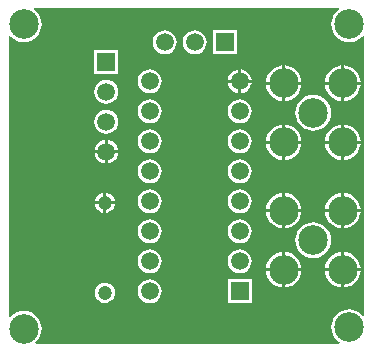
<source format=gbl>
G04*
G04 #@! TF.GenerationSoftware,Altium Limited,Altium Designer,20.0.2 (26)*
G04*
G04 Layer_Physical_Order=2*
G04 Layer_Color=16711680*
%FSLAX25Y25*%
%MOIN*%
G70*
G01*
G75*
%ADD20C,0.09843*%
%ADD21C,0.04724*%
%ADD22R,0.05906X0.05906*%
%ADD23C,0.05906*%
%ADD24C,0.05906*%
%ADD25R,0.05906X0.05906*%
%ADD26R,0.05906X0.05906*%
G36*
X392766Y319486D02*
X392694Y319447D01*
X391793Y318707D01*
X391053Y317806D01*
X390503Y316777D01*
X390164Y315661D01*
X390050Y314500D01*
X390164Y313339D01*
X390503Y312223D01*
X391053Y311194D01*
X391793Y310293D01*
X392694Y309553D01*
X393723Y309003D01*
X394839Y308664D01*
X396000Y308550D01*
X397161Y308664D01*
X398277Y309003D01*
X399306Y309553D01*
X400207Y310293D01*
X400471Y310614D01*
X400971Y310435D01*
Y217565D01*
X400471Y217386D01*
X400207Y217707D01*
X399306Y218447D01*
X398277Y218997D01*
X397161Y219336D01*
X396000Y219450D01*
X394839Y219336D01*
X393723Y218997D01*
X392694Y218447D01*
X391793Y217707D01*
X391053Y216806D01*
X390503Y215777D01*
X390164Y214661D01*
X390050Y213500D01*
X390164Y212339D01*
X390503Y211223D01*
X391053Y210194D01*
X391793Y209293D01*
X392694Y208553D01*
X392766Y208514D01*
X392645Y208029D01*
X291565D01*
X291386Y208529D01*
X291707Y208793D01*
X292447Y209694D01*
X292997Y210723D01*
X293336Y211839D01*
X293450Y213000D01*
X293336Y214161D01*
X292997Y215277D01*
X292447Y216306D01*
X291707Y217207D01*
X290806Y217947D01*
X289777Y218497D01*
X288661Y218836D01*
X287500Y218950D01*
X286339Y218836D01*
X285223Y218497D01*
X284194Y217947D01*
X283293Y217207D01*
X283029Y216886D01*
X282529Y217065D01*
Y310435D01*
X283029Y310614D01*
X283293Y310293D01*
X284194Y309553D01*
X285223Y309003D01*
X286339Y308664D01*
X287500Y308550D01*
X288661Y308664D01*
X289777Y309003D01*
X290806Y309553D01*
X291707Y310293D01*
X292447Y311194D01*
X292997Y312223D01*
X293336Y313339D01*
X293450Y314500D01*
X293336Y315661D01*
X292997Y316777D01*
X292447Y317806D01*
X291707Y318707D01*
X290806Y319447D01*
X290734Y319486D01*
X290855Y319971D01*
X392645D01*
X392766Y319486D01*
D02*
G37*
%LPC*%
G36*
X358453Y312453D02*
X350547D01*
Y304547D01*
X358453D01*
Y312453D01*
D02*
G37*
G36*
X344500Y312487D02*
X343468Y312351D01*
X342507Y311953D01*
X341681Y311319D01*
X341047Y310493D01*
X340649Y309532D01*
X340513Y308500D01*
X340649Y307468D01*
X341047Y306507D01*
X341681Y305681D01*
X342507Y305047D01*
X343468Y304649D01*
X344500Y304513D01*
X345532Y304649D01*
X346493Y305047D01*
X347319Y305681D01*
X347953Y306507D01*
X348351Y307468D01*
X348487Y308500D01*
X348351Y309532D01*
X347953Y310493D01*
X347319Y311319D01*
X346493Y311953D01*
X345532Y312351D01*
X344500Y312487D01*
D02*
G37*
G36*
X334500D02*
X333468Y312351D01*
X332507Y311953D01*
X331681Y311319D01*
X331047Y310493D01*
X330649Y309532D01*
X330513Y308500D01*
X330649Y307468D01*
X331047Y306507D01*
X331681Y305681D01*
X332507Y305047D01*
X333468Y304649D01*
X334500Y304513D01*
X335532Y304649D01*
X336493Y305047D01*
X337319Y305681D01*
X337953Y306507D01*
X338351Y307468D01*
X338487Y308500D01*
X338351Y309532D01*
X337953Y310493D01*
X337319Y311319D01*
X336493Y311953D01*
X335532Y312351D01*
X334500Y312487D01*
D02*
G37*
G36*
X318953Y305953D02*
X311047D01*
Y298047D01*
X318953D01*
Y305953D01*
D02*
G37*
G36*
X360000Y299421D02*
Y296000D01*
X363421D01*
X363351Y296532D01*
X362953Y297493D01*
X362319Y298319D01*
X361493Y298953D01*
X360532Y299351D01*
X360000Y299421D01*
D02*
G37*
G36*
X359000D02*
X358468Y299351D01*
X357507Y298953D01*
X356681Y298319D01*
X356047Y297493D01*
X355649Y296532D01*
X355579Y296000D01*
X359000D01*
Y299421D01*
D02*
G37*
G36*
X394342Y300743D02*
Y295342D01*
X399743D01*
X399678Y296003D01*
X399340Y297119D01*
X398790Y298148D01*
X398050Y299050D01*
X397148Y299790D01*
X396119Y300340D01*
X395003Y300678D01*
X394342Y300743D01*
D02*
G37*
G36*
X393342D02*
X392682Y300678D01*
X391566Y300340D01*
X390537Y299790D01*
X389635Y299050D01*
X388895Y298148D01*
X388346Y297119D01*
X388007Y296003D01*
X387942Y295342D01*
X393342D01*
Y300743D01*
D02*
G37*
G36*
X374658D02*
Y295342D01*
X380058D01*
X379993Y296003D01*
X379655Y297119D01*
X379105Y298148D01*
X378365Y299050D01*
X377463Y299790D01*
X376434Y300340D01*
X375318Y300678D01*
X374658Y300743D01*
D02*
G37*
G36*
X373657D02*
X372997Y300678D01*
X371881Y300340D01*
X370852Y299790D01*
X369950Y299050D01*
X369210Y298148D01*
X368660Y297119D01*
X368322Y296003D01*
X368257Y295342D01*
X373657D01*
Y300743D01*
D02*
G37*
G36*
X363421Y295000D02*
X360000D01*
Y291579D01*
X360532Y291649D01*
X361493Y292047D01*
X362319Y292681D01*
X362953Y293507D01*
X363351Y294468D01*
X363421Y295000D01*
D02*
G37*
G36*
X359000D02*
X355579D01*
X355649Y294468D01*
X356047Y293507D01*
X356681Y292681D01*
X357507Y292047D01*
X358468Y291649D01*
X359000Y291579D01*
Y295000D01*
D02*
G37*
G36*
X329500Y299487D02*
X328468Y299351D01*
X327507Y298953D01*
X326681Y298319D01*
X326047Y297493D01*
X325649Y296532D01*
X325513Y295500D01*
X325649Y294468D01*
X326047Y293507D01*
X326681Y292681D01*
X327507Y292047D01*
X328468Y291649D01*
X329500Y291513D01*
X330532Y291649D01*
X331493Y292047D01*
X332319Y292681D01*
X332953Y293507D01*
X333351Y294468D01*
X333487Y295500D01*
X333351Y296532D01*
X332953Y297493D01*
X332319Y298319D01*
X331493Y298953D01*
X330532Y299351D01*
X329500Y299487D01*
D02*
G37*
G36*
X399743Y294342D02*
X394342D01*
Y288942D01*
X395003Y289007D01*
X396119Y289346D01*
X397148Y289895D01*
X398050Y290635D01*
X398790Y291537D01*
X399340Y292566D01*
X399678Y293682D01*
X399743Y294342D01*
D02*
G37*
G36*
X393342D02*
X387942D01*
X388007Y293682D01*
X388346Y292566D01*
X388895Y291537D01*
X389635Y290635D01*
X390537Y289895D01*
X391566Y289346D01*
X392682Y289007D01*
X393342Y288942D01*
Y294342D01*
D02*
G37*
G36*
X380058D02*
X374658D01*
Y288942D01*
X375318Y289007D01*
X376434Y289346D01*
X377463Y289895D01*
X378365Y290635D01*
X379105Y291537D01*
X379655Y292566D01*
X379993Y293682D01*
X380058Y294342D01*
D02*
G37*
G36*
X373657D02*
X368257D01*
X368322Y293682D01*
X368660Y292566D01*
X369210Y291537D01*
X369950Y290635D01*
X370852Y289895D01*
X371881Y289346D01*
X372997Y289007D01*
X373657Y288942D01*
Y294342D01*
D02*
G37*
G36*
X315000Y295987D02*
X313968Y295851D01*
X313007Y295453D01*
X312181Y294819D01*
X311547Y293993D01*
X311149Y293032D01*
X311013Y292000D01*
X311149Y290968D01*
X311547Y290007D01*
X312181Y289181D01*
X313007Y288547D01*
X313968Y288149D01*
X315000Y288013D01*
X316032Y288149D01*
X316993Y288547D01*
X317819Y289181D01*
X318453Y290007D01*
X318851Y290968D01*
X318987Y292000D01*
X318851Y293032D01*
X318453Y293993D01*
X317819Y294819D01*
X316993Y295453D01*
X316032Y295851D01*
X315000Y295987D01*
D02*
G37*
G36*
X359500Y289487D02*
X358468Y289351D01*
X357507Y288953D01*
X356681Y288319D01*
X356047Y287493D01*
X355649Y286532D01*
X355513Y285500D01*
X355649Y284468D01*
X356047Y283507D01*
X356681Y282681D01*
X357507Y282047D01*
X358468Y281649D01*
X359500Y281513D01*
X360532Y281649D01*
X361493Y282047D01*
X362319Y282681D01*
X362953Y283507D01*
X363351Y284468D01*
X363487Y285500D01*
X363351Y286532D01*
X362953Y287493D01*
X362319Y288319D01*
X361493Y288953D01*
X360532Y289351D01*
X359500Y289487D01*
D02*
G37*
G36*
X329500D02*
X328468Y289351D01*
X327507Y288953D01*
X326681Y288319D01*
X326047Y287493D01*
X325649Y286532D01*
X325513Y285500D01*
X325649Y284468D01*
X326047Y283507D01*
X326681Y282681D01*
X327507Y282047D01*
X328468Y281649D01*
X329500Y281513D01*
X330532Y281649D01*
X331493Y282047D01*
X332319Y282681D01*
X332953Y283507D01*
X333351Y284468D01*
X333487Y285500D01*
X333351Y286532D01*
X332953Y287493D01*
X332319Y288319D01*
X331493Y288953D01*
X330532Y289351D01*
X329500Y289487D01*
D02*
G37*
G36*
X384000Y290950D02*
X382839Y290836D01*
X381723Y290497D01*
X380694Y289947D01*
X379793Y289207D01*
X379053Y288306D01*
X378503Y287277D01*
X378164Y286161D01*
X378050Y285000D01*
X378164Y283839D01*
X378503Y282723D01*
X379053Y281694D01*
X379793Y280793D01*
X380694Y280053D01*
X381723Y279503D01*
X382839Y279164D01*
X384000Y279050D01*
X385161Y279164D01*
X386277Y279503D01*
X387306Y280053D01*
X388207Y280793D01*
X388947Y281694D01*
X389497Y282723D01*
X389836Y283839D01*
X389950Y285000D01*
X389836Y286161D01*
X389497Y287277D01*
X388947Y288306D01*
X388207Y289207D01*
X387306Y289947D01*
X386277Y290497D01*
X385161Y290836D01*
X384000Y290950D01*
D02*
G37*
G36*
X315000Y285987D02*
X313968Y285851D01*
X313007Y285453D01*
X312181Y284819D01*
X311547Y283993D01*
X311149Y283032D01*
X311013Y282000D01*
X311149Y280968D01*
X311547Y280007D01*
X312181Y279181D01*
X313007Y278547D01*
X313968Y278149D01*
X315000Y278013D01*
X316032Y278149D01*
X316993Y278547D01*
X317819Y279181D01*
X318453Y280007D01*
X318851Y280968D01*
X318987Y282000D01*
X318851Y283032D01*
X318453Y283993D01*
X317819Y284819D01*
X316993Y285453D01*
X316032Y285851D01*
X315000Y285987D01*
D02*
G37*
G36*
X394342Y281058D02*
Y275658D01*
X399743D01*
X399678Y276318D01*
X399340Y277434D01*
X398790Y278463D01*
X398050Y279365D01*
X397148Y280105D01*
X396119Y280655D01*
X395003Y280993D01*
X394342Y281058D01*
D02*
G37*
G36*
X393342D02*
X392682Y280993D01*
X391566Y280655D01*
X390537Y280105D01*
X389635Y279365D01*
X388895Y278463D01*
X388346Y277434D01*
X388007Y276318D01*
X387942Y275658D01*
X393342D01*
Y281058D01*
D02*
G37*
G36*
X374658D02*
Y275658D01*
X380058D01*
X379993Y276318D01*
X379655Y277434D01*
X379105Y278463D01*
X378365Y279365D01*
X377463Y280105D01*
X376434Y280655D01*
X375318Y280993D01*
X374658Y281058D01*
D02*
G37*
G36*
X373657D02*
X372997Y280993D01*
X371881Y280655D01*
X370852Y280105D01*
X369950Y279365D01*
X369210Y278463D01*
X368660Y277434D01*
X368322Y276318D01*
X368257Y275658D01*
X373657D01*
Y281058D01*
D02*
G37*
G36*
X315500Y275921D02*
Y272500D01*
X318921D01*
X318851Y273032D01*
X318453Y273993D01*
X317819Y274819D01*
X316993Y275453D01*
X316032Y275851D01*
X315500Y275921D01*
D02*
G37*
G36*
X314500D02*
X313968Y275851D01*
X313007Y275453D01*
X312181Y274819D01*
X311547Y273993D01*
X311149Y273032D01*
X311079Y272500D01*
X314500D01*
Y275921D01*
D02*
G37*
G36*
X359500Y279487D02*
X358468Y279351D01*
X357507Y278953D01*
X356681Y278319D01*
X356047Y277493D01*
X355649Y276532D01*
X355513Y275500D01*
X355649Y274468D01*
X356047Y273507D01*
X356681Y272681D01*
X357507Y272047D01*
X358468Y271649D01*
X359500Y271513D01*
X360532Y271649D01*
X361493Y272047D01*
X362319Y272681D01*
X362953Y273507D01*
X363351Y274468D01*
X363487Y275500D01*
X363351Y276532D01*
X362953Y277493D01*
X362319Y278319D01*
X361493Y278953D01*
X360532Y279351D01*
X359500Y279487D01*
D02*
G37*
G36*
X329500D02*
X328468Y279351D01*
X327507Y278953D01*
X326681Y278319D01*
X326047Y277493D01*
X325649Y276532D01*
X325513Y275500D01*
X325649Y274468D01*
X326047Y273507D01*
X326681Y272681D01*
X327507Y272047D01*
X328468Y271649D01*
X329500Y271513D01*
X330532Y271649D01*
X331493Y272047D01*
X332319Y272681D01*
X332953Y273507D01*
X333351Y274468D01*
X333487Y275500D01*
X333351Y276532D01*
X332953Y277493D01*
X332319Y278319D01*
X331493Y278953D01*
X330532Y279351D01*
X329500Y279487D01*
D02*
G37*
G36*
X399743Y274658D02*
X394342D01*
Y269257D01*
X395003Y269322D01*
X396119Y269660D01*
X397148Y270210D01*
X398050Y270950D01*
X398790Y271852D01*
X399340Y272881D01*
X399678Y273997D01*
X399743Y274658D01*
D02*
G37*
G36*
X393342D02*
X387942D01*
X388007Y273997D01*
X388346Y272881D01*
X388895Y271852D01*
X389635Y270950D01*
X390537Y270210D01*
X391566Y269660D01*
X392682Y269322D01*
X393342Y269257D01*
Y274658D01*
D02*
G37*
G36*
X380058D02*
X374658D01*
Y269257D01*
X375318Y269322D01*
X376434Y269660D01*
X377463Y270210D01*
X378365Y270950D01*
X379105Y271852D01*
X379655Y272881D01*
X379993Y273997D01*
X380058Y274658D01*
D02*
G37*
G36*
X373657D02*
X368257D01*
X368322Y273997D01*
X368660Y272881D01*
X369210Y271852D01*
X369950Y270950D01*
X370852Y270210D01*
X371881Y269660D01*
X372997Y269322D01*
X373657Y269257D01*
Y274658D01*
D02*
G37*
G36*
X318921Y271500D02*
X315500D01*
Y268079D01*
X316032Y268149D01*
X316993Y268547D01*
X317819Y269181D01*
X318453Y270007D01*
X318851Y270968D01*
X318921Y271500D01*
D02*
G37*
G36*
X314500D02*
X311079D01*
X311149Y270968D01*
X311547Y270007D01*
X312181Y269181D01*
X313007Y268547D01*
X313968Y268149D01*
X314500Y268079D01*
Y271500D01*
D02*
G37*
G36*
X359500Y269487D02*
X358468Y269351D01*
X357507Y268953D01*
X356681Y268319D01*
X356047Y267493D01*
X355649Y266532D01*
X355513Y265500D01*
X355649Y264468D01*
X356047Y263507D01*
X356681Y262681D01*
X357507Y262047D01*
X358468Y261649D01*
X359500Y261513D01*
X360532Y261649D01*
X361493Y262047D01*
X362319Y262681D01*
X362953Y263507D01*
X363351Y264468D01*
X363487Y265500D01*
X363351Y266532D01*
X362953Y267493D01*
X362319Y268319D01*
X361493Y268953D01*
X360532Y269351D01*
X359500Y269487D01*
D02*
G37*
G36*
X329500D02*
X328468Y269351D01*
X327507Y268953D01*
X326681Y268319D01*
X326047Y267493D01*
X325649Y266532D01*
X325513Y265500D01*
X325649Y264468D01*
X326047Y263507D01*
X326681Y262681D01*
X327507Y262047D01*
X328468Y261649D01*
X329500Y261513D01*
X330532Y261649D01*
X331493Y262047D01*
X332319Y262681D01*
X332953Y263507D01*
X333351Y264468D01*
X333487Y265500D01*
X333351Y266532D01*
X332953Y267493D01*
X332319Y268319D01*
X331493Y268953D01*
X330532Y269351D01*
X329500Y269487D01*
D02*
G37*
G36*
X315000Y258325D02*
Y255500D01*
X317825D01*
X317776Y255878D01*
X317437Y256696D01*
X316898Y257398D01*
X316196Y257937D01*
X315378Y258276D01*
X315000Y258325D01*
D02*
G37*
G36*
X314000D02*
X313622Y258276D01*
X312804Y257937D01*
X312102Y257398D01*
X311563Y256696D01*
X311224Y255878D01*
X311175Y255500D01*
X314000D01*
Y258325D01*
D02*
G37*
G36*
X394342Y258243D02*
Y252842D01*
X399743D01*
X399678Y253503D01*
X399340Y254620D01*
X398790Y255648D01*
X398050Y256550D01*
X397148Y257290D01*
X396119Y257839D01*
X395003Y258178D01*
X394342Y258243D01*
D02*
G37*
G36*
X374658D02*
Y252842D01*
X380058D01*
X379993Y253503D01*
X379655Y254620D01*
X379105Y255648D01*
X378365Y256550D01*
X377463Y257290D01*
X376434Y257839D01*
X375318Y258178D01*
X374658Y258243D01*
D02*
G37*
G36*
X393342D02*
X392682Y258178D01*
X391566Y257839D01*
X390537Y257290D01*
X389635Y256550D01*
X388895Y255648D01*
X388346Y254620D01*
X388007Y253503D01*
X387942Y252842D01*
X393342D01*
Y258243D01*
D02*
G37*
G36*
X373657D02*
X372997Y258178D01*
X371881Y257839D01*
X370852Y257290D01*
X369950Y256550D01*
X369210Y255648D01*
X368660Y254620D01*
X368322Y253503D01*
X368257Y252842D01*
X373657D01*
Y258243D01*
D02*
G37*
G36*
X317825Y254500D02*
X315000D01*
Y251675D01*
X315378Y251724D01*
X316196Y252063D01*
X316898Y252602D01*
X317437Y253304D01*
X317776Y254122D01*
X317825Y254500D01*
D02*
G37*
G36*
X314000D02*
X311175D01*
X311224Y254122D01*
X311563Y253304D01*
X312102Y252602D01*
X312804Y252063D01*
X313622Y251724D01*
X314000Y251675D01*
Y254500D01*
D02*
G37*
G36*
X359500Y259487D02*
X358468Y259351D01*
X357507Y258953D01*
X356681Y258319D01*
X356047Y257493D01*
X355649Y256532D01*
X355513Y255500D01*
X355649Y254468D01*
X356047Y253507D01*
X356681Y252681D01*
X357507Y252047D01*
X358468Y251649D01*
X359500Y251513D01*
X360532Y251649D01*
X361493Y252047D01*
X362319Y252681D01*
X362953Y253507D01*
X363351Y254468D01*
X363487Y255500D01*
X363351Y256532D01*
X362953Y257493D01*
X362319Y258319D01*
X361493Y258953D01*
X360532Y259351D01*
X359500Y259487D01*
D02*
G37*
G36*
X329500D02*
X328468Y259351D01*
X327507Y258953D01*
X326681Y258319D01*
X326047Y257493D01*
X325649Y256532D01*
X325513Y255500D01*
X325649Y254468D01*
X326047Y253507D01*
X326681Y252681D01*
X327507Y252047D01*
X328468Y251649D01*
X329500Y251513D01*
X330532Y251649D01*
X331493Y252047D01*
X332319Y252681D01*
X332953Y253507D01*
X333351Y254468D01*
X333487Y255500D01*
X333351Y256532D01*
X332953Y257493D01*
X332319Y258319D01*
X331493Y258953D01*
X330532Y259351D01*
X329500Y259487D01*
D02*
G37*
G36*
X399743Y251842D02*
X394342D01*
Y246442D01*
X395003Y246507D01*
X396119Y246846D01*
X397148Y247395D01*
X398050Y248135D01*
X398790Y249037D01*
X399340Y250066D01*
X399678Y251182D01*
X399743Y251842D01*
D02*
G37*
G36*
X380058D02*
X374658D01*
Y246442D01*
X375318Y246507D01*
X376434Y246846D01*
X377463Y247395D01*
X378365Y248135D01*
X379105Y249037D01*
X379655Y250066D01*
X379993Y251182D01*
X380058Y251842D01*
D02*
G37*
G36*
X393342D02*
X387942D01*
X388007Y251182D01*
X388346Y250066D01*
X388895Y249037D01*
X389635Y248135D01*
X390537Y247395D01*
X391566Y246846D01*
X392682Y246507D01*
X393342Y246442D01*
Y251842D01*
D02*
G37*
G36*
X373657D02*
X368257D01*
X368322Y251182D01*
X368660Y250066D01*
X369210Y249037D01*
X369950Y248135D01*
X370852Y247395D01*
X371881Y246846D01*
X372997Y246507D01*
X373657Y246442D01*
Y251842D01*
D02*
G37*
G36*
X359500Y249487D02*
X358468Y249351D01*
X357507Y248953D01*
X356681Y248319D01*
X356047Y247493D01*
X355649Y246532D01*
X355513Y245500D01*
X355649Y244468D01*
X356047Y243507D01*
X356681Y242681D01*
X357507Y242047D01*
X358468Y241649D01*
X359500Y241513D01*
X360532Y241649D01*
X361493Y242047D01*
X362319Y242681D01*
X362953Y243507D01*
X363351Y244468D01*
X363487Y245500D01*
X363351Y246532D01*
X362953Y247493D01*
X362319Y248319D01*
X361493Y248953D01*
X360532Y249351D01*
X359500Y249487D01*
D02*
G37*
G36*
X329500D02*
X328468Y249351D01*
X327507Y248953D01*
X326681Y248319D01*
X326047Y247493D01*
X325649Y246532D01*
X325513Y245500D01*
X325649Y244468D01*
X326047Y243507D01*
X326681Y242681D01*
X327507Y242047D01*
X328468Y241649D01*
X329500Y241513D01*
X330532Y241649D01*
X331493Y242047D01*
X332319Y242681D01*
X332953Y243507D01*
X333351Y244468D01*
X333487Y245500D01*
X333351Y246532D01*
X332953Y247493D01*
X332319Y248319D01*
X331493Y248953D01*
X330532Y249351D01*
X329500Y249487D01*
D02*
G37*
G36*
X384000Y248450D02*
X382839Y248336D01*
X381723Y247997D01*
X380694Y247447D01*
X379793Y246707D01*
X379053Y245806D01*
X378503Y244777D01*
X378164Y243661D01*
X378050Y242500D01*
X378164Y241339D01*
X378503Y240223D01*
X379053Y239194D01*
X379793Y238293D01*
X380694Y237553D01*
X381723Y237003D01*
X382839Y236664D01*
X384000Y236550D01*
X385161Y236664D01*
X386277Y237003D01*
X387306Y237553D01*
X388207Y238293D01*
X388947Y239194D01*
X389497Y240223D01*
X389836Y241339D01*
X389950Y242500D01*
X389836Y243661D01*
X389497Y244777D01*
X388947Y245806D01*
X388207Y246707D01*
X387306Y247447D01*
X386277Y247997D01*
X385161Y248336D01*
X384000Y248450D01*
D02*
G37*
G36*
X394342Y238558D02*
Y233157D01*
X399743D01*
X399678Y233818D01*
X399340Y234934D01*
X398790Y235963D01*
X398050Y236865D01*
X397148Y237605D01*
X396119Y238155D01*
X395003Y238493D01*
X394342Y238558D01*
D02*
G37*
G36*
X374658D02*
Y233157D01*
X380058D01*
X379993Y233818D01*
X379655Y234934D01*
X379105Y235963D01*
X378365Y236865D01*
X377463Y237605D01*
X376434Y238155D01*
X375318Y238493D01*
X374658Y238558D01*
D02*
G37*
G36*
X393342D02*
X392682Y238493D01*
X391566Y238155D01*
X390537Y237605D01*
X389635Y236865D01*
X388895Y235963D01*
X388346Y234934D01*
X388007Y233818D01*
X387942Y233157D01*
X393342D01*
Y238558D01*
D02*
G37*
G36*
X373657D02*
X372997Y238493D01*
X371881Y238155D01*
X370852Y237605D01*
X369950Y236865D01*
X369210Y235963D01*
X368660Y234934D01*
X368322Y233818D01*
X368257Y233157D01*
X373657D01*
Y238558D01*
D02*
G37*
G36*
X359500Y239487D02*
X358468Y239351D01*
X357507Y238953D01*
X356681Y238319D01*
X356047Y237493D01*
X355649Y236532D01*
X355513Y235500D01*
X355649Y234468D01*
X356047Y233507D01*
X356681Y232681D01*
X357507Y232047D01*
X358468Y231649D01*
X359500Y231513D01*
X360532Y231649D01*
X361493Y232047D01*
X362319Y232681D01*
X362953Y233507D01*
X363351Y234468D01*
X363487Y235500D01*
X363351Y236532D01*
X362953Y237493D01*
X362319Y238319D01*
X361493Y238953D01*
X360532Y239351D01*
X359500Y239487D01*
D02*
G37*
G36*
X329500D02*
X328468Y239351D01*
X327507Y238953D01*
X326681Y238319D01*
X326047Y237493D01*
X325649Y236532D01*
X325513Y235500D01*
X325649Y234468D01*
X326047Y233507D01*
X326681Y232681D01*
X327507Y232047D01*
X328468Y231649D01*
X329500Y231513D01*
X330532Y231649D01*
X331493Y232047D01*
X332319Y232681D01*
X332953Y233507D01*
X333351Y234468D01*
X333487Y235500D01*
X333351Y236532D01*
X332953Y237493D01*
X332319Y238319D01*
X331493Y238953D01*
X330532Y239351D01*
X329500Y239487D01*
D02*
G37*
G36*
X399743Y232157D02*
X394342D01*
Y226757D01*
X395003Y226822D01*
X396119Y227161D01*
X397148Y227710D01*
X398050Y228450D01*
X398790Y229352D01*
X399340Y230381D01*
X399678Y231497D01*
X399743Y232157D01*
D02*
G37*
G36*
X380058D02*
X374658D01*
Y226757D01*
X375318Y226822D01*
X376434Y227161D01*
X377463Y227710D01*
X378365Y228450D01*
X379105Y229352D01*
X379655Y230381D01*
X379993Y231497D01*
X380058Y232157D01*
D02*
G37*
G36*
X393342D02*
X387942D01*
X388007Y231497D01*
X388346Y230381D01*
X388895Y229352D01*
X389635Y228450D01*
X390537Y227710D01*
X391566Y227161D01*
X392682Y226822D01*
X393342Y226757D01*
Y232157D01*
D02*
G37*
G36*
X373657D02*
X368257D01*
X368322Y231497D01*
X368660Y230381D01*
X369210Y229352D01*
X369950Y228450D01*
X370852Y227710D01*
X371881Y227161D01*
X372997Y226822D01*
X373657Y226757D01*
Y232157D01*
D02*
G37*
G36*
X314500Y228391D02*
X313622Y228276D01*
X312804Y227937D01*
X312102Y227398D01*
X311563Y226696D01*
X311224Y225878D01*
X311109Y225000D01*
X311224Y224122D01*
X311563Y223304D01*
X312102Y222602D01*
X312804Y222063D01*
X313622Y221724D01*
X314500Y221609D01*
X315378Y221724D01*
X316196Y222063D01*
X316898Y222602D01*
X317437Y223304D01*
X317776Y224122D01*
X317891Y225000D01*
X317776Y225878D01*
X317437Y226696D01*
X316898Y227398D01*
X316196Y227937D01*
X315378Y228276D01*
X314500Y228391D01*
D02*
G37*
G36*
X363453Y229453D02*
X355547D01*
Y221547D01*
X363453D01*
Y229453D01*
D02*
G37*
G36*
X329500Y229487D02*
X328468Y229351D01*
X327507Y228953D01*
X326681Y228319D01*
X326047Y227493D01*
X325649Y226532D01*
X325513Y225500D01*
X325649Y224468D01*
X326047Y223507D01*
X326681Y222681D01*
X327507Y222047D01*
X328468Y221649D01*
X329500Y221513D01*
X330532Y221649D01*
X331493Y222047D01*
X332319Y222681D01*
X332953Y223507D01*
X333351Y224468D01*
X333487Y225500D01*
X333351Y226532D01*
X332953Y227493D01*
X332319Y228319D01*
X331493Y228953D01*
X330532Y229351D01*
X329500Y229487D01*
D02*
G37*
%LPD*%
D20*
X374158Y252343D02*
D03*
X393843D02*
D03*
Y232658D02*
D03*
X374158D02*
D03*
X384000Y242500D02*
D03*
X393843Y275157D02*
D03*
X374158D02*
D03*
Y294843D02*
D03*
X393843D02*
D03*
X384000Y285000D02*
D03*
X396000Y213500D02*
D03*
Y314500D02*
D03*
X287500D02*
D03*
Y213000D02*
D03*
D21*
X314500Y225000D02*
D03*
Y255000D02*
D03*
D22*
X359500Y225500D02*
D03*
D23*
Y235500D02*
D03*
Y245500D02*
D03*
Y255500D02*
D03*
Y265500D02*
D03*
Y275500D02*
D03*
Y285500D02*
D03*
Y295500D02*
D03*
X329500Y225500D02*
D03*
Y235500D02*
D03*
Y245500D02*
D03*
Y255500D02*
D03*
Y265500D02*
D03*
Y275500D02*
D03*
Y285500D02*
D03*
Y295500D02*
D03*
D24*
X315000Y272000D02*
D03*
Y282000D02*
D03*
Y292000D02*
D03*
X334500Y308500D02*
D03*
X344500D02*
D03*
D25*
X315000Y302000D02*
D03*
D26*
X354500Y308500D02*
D03*
M02*

</source>
